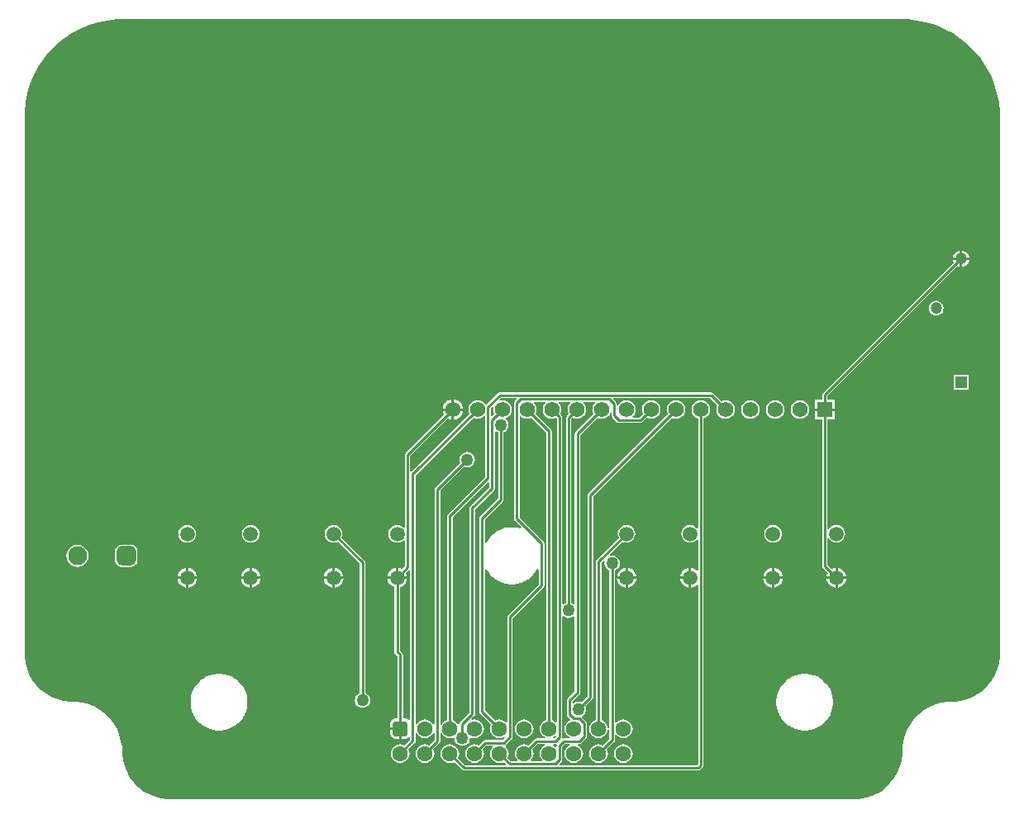
<source format=gtl>
G04*
G04 #@! TF.GenerationSoftware,Altium Limited,Altium Designer,21.3.2 (30)*
G04*
G04 Layer_Physical_Order=1*
G04 Layer_Color=13311*
%FSLAX25Y25*%
%MOIN*%
G70*
G04*
G04 #@! TF.SameCoordinates,3DC595B4-C491-417C-8E84-26B3D1DC1506*
G04*
G04*
G04 #@! TF.FilePolarity,Positive*
G04*
G01*
G75*
%ADD12C,0.01000*%
%ADD13R,0.04724X0.04724*%
%ADD14C,0.04724*%
%ADD15C,0.06181*%
%ADD16R,0.06181X0.06181*%
%ADD23C,0.06299*%
G04:AMPARAMS|DCode=24|XSize=62.99mil|YSize=62.99mil|CornerRadius=15.75mil|HoleSize=0mil|Usage=FLASHONLY|Rotation=0.000|XOffset=0mil|YOffset=0mil|HoleType=Round|Shape=RoundedRectangle|*
%AMROUNDEDRECTD24*
21,1,0.06299,0.03150,0,0,0.0*
21,1,0.03150,0.06299,0,0,0.0*
1,1,0.03150,0.01575,-0.01575*
1,1,0.03150,-0.01575,-0.01575*
1,1,0.03150,-0.01575,0.01575*
1,1,0.03150,0.01575,0.01575*
%
%ADD24ROUNDEDRECTD24*%
%ADD25C,0.07677*%
G04:AMPARAMS|DCode=26|XSize=76.77mil|YSize=76.77mil|CornerRadius=19.19mil|HoleSize=0mil|Usage=FLASHONLY|Rotation=180.000|XOffset=0mil|YOffset=0mil|HoleType=Round|Shape=RoundedRectangle|*
%AMROUNDEDRECTD26*
21,1,0.07677,0.03839,0,0,180.0*
21,1,0.03839,0.07677,0,0,180.0*
1,1,0.03839,-0.01919,0.01919*
1,1,0.03839,0.01919,0.01919*
1,1,0.03839,0.01919,-0.01919*
1,1,0.03839,-0.01919,-0.01919*
%
%ADD26ROUNDEDRECTD26*%
%ADD27C,0.05906*%
%ADD28C,0.05000*%
G36*
X360115Y314606D02*
X363908Y313852D01*
X367610Y312729D01*
X371184Y311249D01*
X374595Y309425D01*
X377812Y307276D01*
X380802Y304822D01*
X383537Y302087D01*
X385991Y299097D01*
X388140Y295880D01*
X389964Y292469D01*
X391444Y288895D01*
X392567Y285193D01*
X393322Y281399D01*
X393701Y277550D01*
Y275616D01*
Y59080D01*
Y57790D01*
X393364Y55231D01*
X392696Y52739D01*
X391709Y50355D01*
X390418Y48120D01*
X388847Y46073D01*
X387023Y44248D01*
X384976Y42678D01*
X382741Y41387D01*
X380357Y40400D01*
X377864Y39732D01*
X375306Y39395D01*
X374016D01*
X372728Y39353D01*
X370175Y39017D01*
X367688Y38350D01*
X365309Y37365D01*
X363079Y36078D01*
X361036Y34510D01*
X359216Y32689D01*
X357648Y30646D01*
X356361Y28416D01*
X355375Y26038D01*
X354709Y23550D01*
X354373Y20998D01*
X354331Y19710D01*
Y18420D01*
X353994Y15861D01*
X353326Y13369D01*
X352339Y10985D01*
X351048Y8750D01*
X349477Y6703D01*
X347653Y4878D01*
X345605Y3307D01*
X343371Y2017D01*
X340987Y1030D01*
X338494Y362D01*
X335936Y25D01*
X58015D01*
X55457Y362D01*
X52964Y1030D01*
X50580Y2017D01*
X48345Y3307D01*
X46298Y4878D01*
X44473Y6703D01*
X42902Y8750D01*
X41612Y10985D01*
X40625Y13369D01*
X39957Y15861D01*
X39620Y18420D01*
Y19710D01*
X39578Y20998D01*
X39242Y23550D01*
X38575Y26038D01*
X37590Y28416D01*
X36303Y30646D01*
X34735Y32689D01*
X32914Y34510D01*
X30871Y36078D01*
X28642Y37365D01*
X26263Y38350D01*
X23775Y39017D01*
X21223Y39353D01*
X19935Y39395D01*
X18645D01*
X16086Y39732D01*
X13594Y40400D01*
X11210Y41387D01*
X8975Y42678D01*
X6928Y44248D01*
X5103Y46073D01*
X3532Y48120D01*
X2242Y50355D01*
X1255Y52739D01*
X587Y55231D01*
X250Y57790D01*
Y59080D01*
Y275616D01*
Y277550D01*
X629Y281399D01*
X1384Y285193D01*
X2507Y288895D01*
X3987Y292469D01*
X5810Y295880D01*
X7960Y299097D01*
X10414Y302087D01*
X13149Y304822D01*
X16139Y307276D01*
X19355Y309425D01*
X22767Y311249D01*
X26341Y312729D01*
X30042Y313852D01*
X33836Y314606D01*
X37686Y314986D01*
X356265D01*
X360115Y314606D01*
D02*
G37*
%LPC*%
G36*
X378512Y221692D02*
Y218866D01*
X381337D01*
X381288Y219244D01*
X380949Y220062D01*
X380410Y220764D01*
X379707Y221303D01*
X378889Y221642D01*
X378512Y221692D01*
D02*
G37*
G36*
X377512D02*
X377134Y221642D01*
X376316Y221303D01*
X375614Y220764D01*
X375075Y220062D01*
X374736Y219244D01*
X374686Y218866D01*
X377512D01*
Y221692D01*
D02*
G37*
G36*
X381337Y217866D02*
X378512D01*
Y215041D01*
X378889Y215090D01*
X379707Y215429D01*
X380410Y215968D01*
X380949Y216671D01*
X381288Y217489D01*
X381337Y217866D01*
D02*
G37*
G36*
X377512D02*
X374686D01*
X374736Y217489D01*
X374978Y216905D01*
X322245Y164172D01*
X322004Y163812D01*
X321920Y163386D01*
X321920Y163386D01*
Y161571D01*
X318941D01*
Y157980D01*
X323032D01*
X327122D01*
Y161571D01*
X324144D01*
Y162925D01*
X376550Y215332D01*
X377134Y215090D01*
X377512Y215041D01*
Y217866D01*
D02*
G37*
G36*
X368012Y201344D02*
X367241Y201243D01*
X366523Y200945D01*
X365906Y200472D01*
X365433Y199855D01*
X365135Y199137D01*
X365034Y198366D01*
X365135Y197595D01*
X365433Y196877D01*
X365906Y196260D01*
X366523Y195787D01*
X367241Y195490D01*
X368012Y195388D01*
X368783Y195490D01*
X369501Y195787D01*
X370118Y196260D01*
X370591Y196877D01*
X370888Y197595D01*
X370990Y198366D01*
X370888Y199137D01*
X370591Y199855D01*
X370118Y200472D01*
X369501Y200945D01*
X368783Y201243D01*
X368012Y201344D01*
D02*
G37*
G36*
X380965Y171319D02*
X375059D01*
Y165413D01*
X380965D01*
Y171319D01*
D02*
G37*
G36*
X277260Y164364D02*
X277260Y164364D01*
X191952D01*
X191952Y164364D01*
X191527Y164279D01*
X191166Y164038D01*
X186682Y159555D01*
X186660Y159544D01*
X186057Y159591D01*
X186044Y159601D01*
X185657Y160106D01*
X184888Y160696D01*
X183993Y161067D01*
X183032Y161193D01*
X182071Y161067D01*
X181175Y160696D01*
X180406Y160106D01*
X179816Y159337D01*
X179445Y158441D01*
X179319Y157480D01*
X179445Y156519D01*
X179754Y155775D01*
X156312Y132333D01*
X155812Y132540D01*
Y138688D01*
X171013Y153889D01*
X171964Y153495D01*
X172532Y153420D01*
Y156980D01*
X168972D01*
X169046Y156413D01*
X169440Y155462D01*
X153914Y139935D01*
X153673Y139574D01*
X153588Y139149D01*
X153588Y139149D01*
Y109970D01*
X153285Y109867D01*
X153088Y109833D01*
X152377Y110379D01*
X151516Y110735D01*
X150591Y110857D01*
X149666Y110735D01*
X148804Y110379D01*
X148064Y109810D01*
X147495Y109070D01*
X147139Y108208D01*
X147017Y107283D01*
X147139Y106358D01*
X147495Y105497D01*
X148064Y104756D01*
X148804Y104188D01*
X149666Y103831D01*
X150591Y103709D01*
X151516Y103831D01*
X152377Y104188D01*
X153088Y104734D01*
X153285Y104700D01*
X153588Y104597D01*
Y94137D01*
X152504Y93053D01*
X151622Y93418D01*
X151091Y93488D01*
Y90067D01*
X154512D01*
X154442Y90599D01*
X154077Y91480D01*
X155288Y92692D01*
X155788Y92485D01*
Y32168D01*
X155288Y31999D01*
X155262Y32033D01*
X154724Y32446D01*
X154097Y32705D01*
X153425Y32794D01*
X152962D01*
Y58400D01*
X152962Y58400D01*
X152878Y58825D01*
X152637Y59186D01*
X152637Y59186D01*
X151702Y60120D01*
Y85749D01*
X152584Y86114D01*
X153410Y86748D01*
X154043Y87574D01*
X154442Y88535D01*
X154512Y89067D01*
X146670D01*
X146740Y88535D01*
X147138Y87574D01*
X147772Y86748D01*
X148597Y86114D01*
X149479Y85749D01*
Y59660D01*
X149479Y59660D01*
X149563Y59234D01*
X149804Y58874D01*
X150739Y57939D01*
Y32794D01*
X150276D01*
X149603Y32705D01*
X148977Y32446D01*
X148439Y32033D01*
X148027Y31495D01*
X147767Y30869D01*
X147679Y30197D01*
Y29122D01*
X151850D01*
Y28622D01*
X152350D01*
Y24450D01*
X153425D01*
X154097Y24539D01*
X154724Y24798D01*
X155262Y25211D01*
X155288Y25245D01*
X155788Y25076D01*
Y24132D01*
X153601Y21945D01*
X152827Y22266D01*
X151850Y22394D01*
X150874Y22266D01*
X149964Y21889D01*
X149183Y21290D01*
X148583Y20508D01*
X148206Y19598D01*
X148078Y18622D01*
X148206Y17646D01*
X148583Y16736D01*
X149183Y15955D01*
X149964Y15355D01*
X150874Y14978D01*
X151850Y14850D01*
X152827Y14978D01*
X153737Y15355D01*
X154518Y15955D01*
X155117Y16736D01*
X155494Y17646D01*
X155623Y18622D01*
X155494Y19598D01*
X155174Y20373D01*
X157686Y22885D01*
X157686Y22885D01*
X157927Y23246D01*
X158012Y23672D01*
Y26809D01*
X158512Y26908D01*
X158583Y26736D01*
X159183Y25954D01*
X159964Y25355D01*
X160874Y24978D01*
X161850Y24850D01*
X162827Y24978D01*
X163737Y25355D01*
X164518Y25954D01*
X165117Y26736D01*
X165188Y26906D01*
X165688Y26807D01*
Y24032D01*
X163601Y21945D01*
X162827Y22266D01*
X161850Y22394D01*
X160874Y22266D01*
X159964Y21889D01*
X159183Y21290D01*
X158583Y20508D01*
X158206Y19598D01*
X158078Y18622D01*
X158206Y17646D01*
X158583Y16736D01*
X159183Y15955D01*
X159964Y15355D01*
X160874Y14978D01*
X161850Y14850D01*
X162827Y14978D01*
X163737Y15355D01*
X164518Y15955D01*
X165117Y16736D01*
X165494Y17646D01*
X165623Y18622D01*
X165494Y19598D01*
X165174Y20373D01*
X167586Y22785D01*
X167827Y23146D01*
X167912Y23572D01*
Y27050D01*
X168412Y27150D01*
X168583Y26736D01*
X169183Y25954D01*
X169964Y25355D01*
X170874Y24978D01*
X171850Y24850D01*
X172827Y24978D01*
X173329Y25186D01*
X173787Y24835D01*
X173783Y24800D01*
X173889Y23993D01*
X174200Y23241D01*
X174696Y22596D01*
X175341Y22100D01*
X176093Y21789D01*
X176900Y21683D01*
X177707Y21789D01*
X178459Y22100D01*
X179104Y22596D01*
X179600Y23241D01*
X179911Y23993D01*
X180017Y24800D01*
X180476Y25143D01*
X180874Y24978D01*
X181850Y24850D01*
X182827Y24978D01*
X183737Y25355D01*
X184518Y25954D01*
X185117Y26736D01*
X185494Y27646D01*
X185623Y28622D01*
X185494Y29598D01*
X185117Y30508D01*
X184518Y31289D01*
X183737Y31889D01*
X182827Y32266D01*
X181850Y32394D01*
X180874Y32266D01*
X180825Y32246D01*
X180542Y32670D01*
X181686Y33814D01*
X181686Y33814D01*
X181927Y34174D01*
X182012Y34600D01*
Y117239D01*
X189596Y124823D01*
X189837Y125184D01*
X189921Y125609D01*
Y148676D01*
X190421Y148923D01*
X190841Y148600D01*
X191288Y148415D01*
Y121561D01*
X184114Y114386D01*
X183873Y114025D01*
X183788Y113600D01*
X183788Y113600D01*
Y35572D01*
X183788Y35572D01*
X183873Y35147D01*
X184114Y34786D01*
X188527Y30373D01*
X188207Y29598D01*
X188078Y28622D01*
X188207Y27646D01*
X188583Y26736D01*
X189183Y25954D01*
X189964Y25355D01*
X190874Y24978D01*
X191850Y24850D01*
X192827Y24978D01*
X193737Y25355D01*
X193903Y25483D01*
X194234Y25106D01*
X193139Y24012D01*
X186128D01*
X186128Y24012D01*
X185703Y23927D01*
X185342Y23686D01*
X185342Y23686D01*
X183601Y21945D01*
X182827Y22266D01*
X181850Y22394D01*
X180874Y22266D01*
X179964Y21889D01*
X179183Y21290D01*
X178583Y20508D01*
X178207Y19598D01*
X178078Y18622D01*
X178207Y17646D01*
X178583Y16736D01*
X179183Y15955D01*
X179964Y15355D01*
X180874Y14978D01*
X181850Y14850D01*
X182827Y14978D01*
X183737Y15355D01*
X184518Y15955D01*
X185117Y16736D01*
X185494Y17646D01*
X185623Y18622D01*
X185494Y19598D01*
X185174Y20373D01*
X186589Y21788D01*
X189055D01*
X189216Y21315D01*
X189183Y21290D01*
X188583Y20508D01*
X188207Y19598D01*
X188078Y18622D01*
X188207Y17646D01*
X188583Y16736D01*
X189183Y15955D01*
X189964Y15355D01*
X190874Y14978D01*
X191850Y14850D01*
X192827Y14978D01*
X193601Y15299D01*
X194535Y14365D01*
X194343Y13903D01*
X178142D01*
X175174Y16871D01*
X175494Y17646D01*
X175623Y18622D01*
X175494Y19598D01*
X175117Y20508D01*
X174518Y21290D01*
X173737Y21889D01*
X172827Y22266D01*
X171850Y22394D01*
X170874Y22266D01*
X169964Y21889D01*
X169183Y21290D01*
X168583Y20508D01*
X168207Y19598D01*
X168078Y18622D01*
X168207Y17646D01*
X168583Y16736D01*
X169183Y15955D01*
X169964Y15355D01*
X170874Y14978D01*
X171850Y14850D01*
X172827Y14978D01*
X173601Y15299D01*
X176895Y12005D01*
X176895Y12005D01*
X177256Y11764D01*
X177681Y11679D01*
X177681Y11679D01*
X271991D01*
X271991Y11679D01*
X272417Y11764D01*
X272777Y12005D01*
X273818Y13045D01*
X273818Y13045D01*
X274059Y13406D01*
X274144Y13832D01*
X274144Y13832D01*
Y153957D01*
X274888Y154265D01*
X275657Y154855D01*
X276247Y155624D01*
X276618Y156519D01*
X276745Y157480D01*
X276618Y158441D01*
X276247Y159337D01*
X275657Y160106D01*
X274888Y160696D01*
X273993Y161067D01*
X273032Y161193D01*
X272071Y161067D01*
X271175Y160696D01*
X270406Y160106D01*
X269816Y159337D01*
X269445Y158441D01*
X269319Y157480D01*
X269445Y156519D01*
X269816Y155624D01*
X270406Y154855D01*
X271175Y154265D01*
X271920Y153957D01*
Y109730D01*
X271420Y109561D01*
X271228Y109810D01*
X270488Y110379D01*
X269626Y110735D01*
X268701Y110857D01*
X267776Y110735D01*
X266914Y110379D01*
X266174Y109810D01*
X265606Y109070D01*
X265249Y108208D01*
X265127Y107283D01*
X265249Y106358D01*
X265606Y105497D01*
X266174Y104756D01*
X266914Y104188D01*
X267776Y103831D01*
X268701Y103709D01*
X269626Y103831D01*
X270488Y104188D01*
X271228Y104756D01*
X271420Y105006D01*
X271920Y104836D01*
Y92618D01*
X271420Y92463D01*
X270694Y93020D01*
X269733Y93418D01*
X269201Y93488D01*
Y89567D01*
Y85646D01*
X269733Y85716D01*
X270694Y86114D01*
X271420Y86671D01*
X271920Y86516D01*
Y14292D01*
X271531Y13903D01*
X216229D01*
X216038Y14365D01*
X216886Y15214D01*
X217127Y15574D01*
X217212Y16000D01*
X217212Y16000D01*
Y21339D01*
X218361Y22488D01*
X220104D01*
X220203Y21988D01*
X219964Y21889D01*
X219183Y21290D01*
X218583Y20508D01*
X218207Y19598D01*
X218078Y18622D01*
X218207Y17646D01*
X218583Y16736D01*
X219183Y15955D01*
X219964Y15355D01*
X220874Y14978D01*
X221850Y14850D01*
X222827Y14978D01*
X223737Y15355D01*
X224518Y15955D01*
X225117Y16736D01*
X225494Y17646D01*
X225623Y18622D01*
X225494Y19598D01*
X225117Y20508D01*
X224518Y21290D01*
X223737Y21889D01*
X223497Y21988D01*
X223597Y22488D01*
X224100D01*
X224100Y22488D01*
X224525Y22573D01*
X224886Y22814D01*
X226886Y24814D01*
X226886Y24814D01*
X227127Y25174D01*
X227212Y25600D01*
X227212Y25600D01*
Y30800D01*
X227212Y30800D01*
X227127Y31225D01*
X226886Y31586D01*
X225161Y33311D01*
X225205Y33530D01*
X225327Y33853D01*
X225904Y34296D01*
X226400Y34941D01*
X226711Y35693D01*
X226817Y36500D01*
X226711Y37307D01*
X226526Y37753D01*
X229286Y40514D01*
X229286Y40514D01*
X229527Y40874D01*
X229612Y41300D01*
X229612Y41300D01*
Y122488D01*
X261326Y154202D01*
X262071Y153894D01*
X263032Y153768D01*
X263993Y153894D01*
X264888Y154265D01*
X265657Y154855D01*
X266247Y155624D01*
X266618Y156519D01*
X266744Y157480D01*
X266618Y158441D01*
X266247Y159337D01*
X265657Y160106D01*
X264888Y160696D01*
X263993Y161067D01*
X263032Y161193D01*
X262071Y161067D01*
X261175Y160696D01*
X260406Y160106D01*
X259816Y159337D01*
X259445Y158441D01*
X259319Y157480D01*
X259445Y156519D01*
X259754Y155775D01*
X227714Y123735D01*
X227473Y123374D01*
X227388Y122949D01*
X227388Y122949D01*
Y41761D01*
X224954Y39326D01*
X224507Y39511D01*
X223700Y39617D01*
X222893Y39511D01*
X222141Y39200D01*
X221721Y38877D01*
X221221Y39124D01*
Y39630D01*
X224086Y42495D01*
X224327Y42856D01*
X224412Y43281D01*
X224412Y43281D01*
Y147288D01*
X231326Y154202D01*
X232071Y153894D01*
X233032Y153768D01*
X233993Y153894D01*
X234888Y154265D01*
X235657Y154855D01*
X236247Y155624D01*
X236488Y156206D01*
X236988Y156106D01*
Y155100D01*
X236988Y155100D01*
X237073Y154674D01*
X237314Y154314D01*
X239214Y152414D01*
X239214Y152414D01*
X239575Y152173D01*
X240000Y152088D01*
X240000Y152088D01*
X248751D01*
X248751Y152088D01*
X249177Y152173D01*
X249537Y152414D01*
X251326Y154202D01*
X252071Y153894D01*
X253032Y153768D01*
X253993Y153894D01*
X254888Y154265D01*
X255657Y154855D01*
X256247Y155624D01*
X256618Y156519D01*
X256745Y157480D01*
X256618Y158441D01*
X256247Y159337D01*
X255657Y160106D01*
X254888Y160696D01*
X253993Y161067D01*
X253032Y161193D01*
X252071Y161067D01*
X251175Y160696D01*
X250406Y160106D01*
X249816Y159337D01*
X249445Y158441D01*
X249319Y157480D01*
X249445Y156519D01*
X249754Y155775D01*
X248291Y154312D01*
X245727D01*
X245566Y154785D01*
X245657Y154855D01*
X246247Y155624D01*
X246618Y156519D01*
X246744Y157480D01*
X246618Y158441D01*
X246247Y159337D01*
X245657Y160106D01*
X244888Y160696D01*
X243993Y161067D01*
X243032Y161193D01*
X242071Y161067D01*
X241175Y160696D01*
X240406Y160106D01*
X239816Y159337D01*
X239712Y159085D01*
X239212Y159185D01*
Y159700D01*
X239127Y160126D01*
X238886Y160486D01*
X237694Y161678D01*
X237885Y162140D01*
X276799D01*
X279754Y159186D01*
X279445Y158441D01*
X279319Y157480D01*
X279445Y156519D01*
X279816Y155624D01*
X280406Y154855D01*
X281175Y154265D01*
X282071Y153894D01*
X283032Y153768D01*
X283993Y153894D01*
X284888Y154265D01*
X285657Y154855D01*
X286247Y155624D01*
X286618Y156519D01*
X286744Y157480D01*
X286618Y158441D01*
X286247Y159337D01*
X285657Y160106D01*
X284888Y160696D01*
X283993Y161067D01*
X283032Y161193D01*
X282071Y161067D01*
X281326Y160758D01*
X278046Y164038D01*
X277685Y164279D01*
X277260Y164364D01*
D02*
G37*
G36*
X173532Y161540D02*
Y157980D01*
X177092D01*
X177017Y158548D01*
X176605Y159543D01*
X175949Y160398D01*
X175094Y161054D01*
X174100Y161466D01*
X173532Y161540D01*
D02*
G37*
G36*
X172532D02*
X171964Y161466D01*
X170969Y161054D01*
X170114Y160398D01*
X169458Y159543D01*
X169046Y158548D01*
X168972Y157980D01*
X172532D01*
Y161540D01*
D02*
G37*
G36*
X313032Y161193D02*
X312071Y161067D01*
X311175Y160696D01*
X310406Y160106D01*
X309816Y159337D01*
X309445Y158441D01*
X309319Y157480D01*
X309445Y156519D01*
X309816Y155624D01*
X310406Y154855D01*
X311175Y154265D01*
X312071Y153894D01*
X313032Y153768D01*
X313993Y153894D01*
X314888Y154265D01*
X315657Y154855D01*
X316247Y155624D01*
X316618Y156519D01*
X316744Y157480D01*
X316618Y158441D01*
X316247Y159337D01*
X315657Y160106D01*
X314888Y160696D01*
X313993Y161067D01*
X313032Y161193D01*
D02*
G37*
G36*
X303032D02*
X302071Y161067D01*
X301175Y160696D01*
X300406Y160106D01*
X299816Y159337D01*
X299445Y158441D01*
X299319Y157480D01*
X299445Y156519D01*
X299816Y155624D01*
X300406Y154855D01*
X301175Y154265D01*
X302071Y153894D01*
X303032Y153768D01*
X303993Y153894D01*
X304888Y154265D01*
X305657Y154855D01*
X306247Y155624D01*
X306618Y156519D01*
X306745Y157480D01*
X306618Y158441D01*
X306247Y159337D01*
X305657Y160106D01*
X304888Y160696D01*
X303993Y161067D01*
X303032Y161193D01*
D02*
G37*
G36*
X293032D02*
X292071Y161067D01*
X291175Y160696D01*
X290406Y160106D01*
X289816Y159337D01*
X289445Y158441D01*
X289319Y157480D01*
X289445Y156519D01*
X289816Y155624D01*
X290406Y154855D01*
X291175Y154265D01*
X292071Y153894D01*
X293032Y153768D01*
X293993Y153894D01*
X294888Y154265D01*
X295657Y154855D01*
X296247Y155624D01*
X296618Y156519D01*
X296744Y157480D01*
X296618Y158441D01*
X296247Y159337D01*
X295657Y160106D01*
X294888Y160696D01*
X293993Y161067D01*
X293032Y161193D01*
D02*
G37*
G36*
X177092Y156980D02*
X173532D01*
Y153420D01*
X174100Y153495D01*
X175094Y153907D01*
X175949Y154563D01*
X176605Y155418D01*
X177017Y156413D01*
X177092Y156980D01*
D02*
G37*
G36*
X327122D02*
X323032D01*
X318941D01*
Y153390D01*
X321920D01*
Y94291D01*
X321920Y94291D01*
X322004Y93866D01*
X322245Y93505D01*
X324270Y91480D01*
X323905Y90599D01*
X323835Y90067D01*
X327256D01*
Y93488D01*
X326724Y93418D01*
X325843Y93053D01*
X324144Y94752D01*
Y105439D01*
X324643Y105538D01*
X324661Y105497D01*
X325229Y104756D01*
X325969Y104188D01*
X326831Y103831D01*
X327756Y103709D01*
X328681Y103831D01*
X329543Y104188D01*
X330283Y104756D01*
X330851Y105497D01*
X331208Y106358D01*
X331330Y107283D01*
X331208Y108208D01*
X330851Y109070D01*
X330283Y109810D01*
X329543Y110379D01*
X328681Y110735D01*
X327756Y110857D01*
X326831Y110735D01*
X325969Y110379D01*
X325229Y109810D01*
X324661Y109070D01*
X324643Y109028D01*
X324144Y109128D01*
Y153390D01*
X327122D01*
Y156980D01*
D02*
G37*
G36*
X302165Y110857D02*
X301240Y110735D01*
X300378Y110379D01*
X299638Y109810D01*
X299070Y109070D01*
X298713Y108208D01*
X298591Y107283D01*
X298713Y106358D01*
X299070Y105497D01*
X299638Y104756D01*
X300378Y104188D01*
X301240Y103831D01*
X302165Y103709D01*
X303090Y103831D01*
X303952Y104188D01*
X304693Y104756D01*
X305260Y105497D01*
X305617Y106358D01*
X305739Y107283D01*
X305617Y108208D01*
X305260Y109070D01*
X304693Y109810D01*
X303952Y110379D01*
X303090Y110735D01*
X302165Y110857D01*
D02*
G37*
G36*
X243110D02*
X242185Y110735D01*
X241323Y110379D01*
X240583Y109810D01*
X240015Y109070D01*
X239658Y108208D01*
X239536Y107283D01*
X239658Y106358D01*
X239938Y105683D01*
X231064Y96810D01*
X230823Y96449D01*
X230738Y96024D01*
X230738Y96024D01*
Y32210D01*
X229964Y31889D01*
X229183Y31289D01*
X228583Y30508D01*
X228206Y29598D01*
X228078Y28622D01*
X228206Y27646D01*
X228583Y26736D01*
X229183Y25954D01*
X229964Y25355D01*
X230874Y24978D01*
X231850Y24850D01*
X232827Y24978D01*
X233737Y25355D01*
X234518Y25954D01*
X235117Y26736D01*
X235494Y27646D01*
X235623Y28622D01*
X235494Y29598D01*
X235117Y30508D01*
X234518Y31289D01*
X233737Y31889D01*
X232962Y32210D01*
Y95563D01*
X233807Y96408D01*
X234252Y96218D01*
X234285Y96179D01*
X234183Y95400D01*
X234289Y94593D01*
X234600Y93841D01*
X235096Y93196D01*
X235741Y92700D01*
X236188Y92515D01*
Y24532D01*
X233601Y21945D01*
X232827Y22266D01*
X231850Y22394D01*
X230874Y22266D01*
X229964Y21889D01*
X229183Y21290D01*
X228583Y20508D01*
X228206Y19598D01*
X228078Y18622D01*
X228206Y17646D01*
X228583Y16736D01*
X229183Y15955D01*
X229964Y15355D01*
X230874Y14978D01*
X231850Y14850D01*
X232827Y14978D01*
X233737Y15355D01*
X234518Y15955D01*
X235117Y16736D01*
X235494Y17646D01*
X235623Y18622D01*
X235494Y19598D01*
X235174Y20373D01*
X238086Y23285D01*
X238086Y23285D01*
X238327Y23646D01*
X238412Y24072D01*
X238412Y24072D01*
Y26138D01*
X238912Y26308D01*
X239183Y25954D01*
X239964Y25355D01*
X240874Y24978D01*
X241850Y24850D01*
X242827Y24978D01*
X243737Y25355D01*
X244518Y25954D01*
X245117Y26736D01*
X245494Y27646D01*
X245623Y28622D01*
X245494Y29598D01*
X245117Y30508D01*
X244518Y31289D01*
X243737Y31889D01*
X242827Y32266D01*
X241850Y32394D01*
X240874Y32266D01*
X239964Y31889D01*
X239183Y31289D01*
X238912Y30936D01*
X238412Y31106D01*
Y92515D01*
X238859Y92700D01*
X239504Y93196D01*
X240000Y93841D01*
X240311Y94593D01*
X240417Y95400D01*
X240311Y96207D01*
X240000Y96959D01*
X239504Y97604D01*
X238859Y98100D01*
X238107Y98411D01*
X237300Y98517D01*
X236521Y98415D01*
X236482Y98448D01*
X236293Y98893D01*
X241510Y104111D01*
X242185Y103831D01*
X243110Y103709D01*
X244035Y103831D01*
X244897Y104188D01*
X245637Y104756D01*
X246205Y105497D01*
X246562Y106358D01*
X246684Y107283D01*
X246562Y108208D01*
X246205Y109070D01*
X245637Y109810D01*
X244897Y110379D01*
X244035Y110735D01*
X243110Y110857D01*
D02*
G37*
G36*
X91535D02*
X90610Y110735D01*
X89749Y110379D01*
X89008Y109810D01*
X88440Y109070D01*
X88083Y108208D01*
X87962Y107283D01*
X88083Y106358D01*
X88440Y105497D01*
X89008Y104756D01*
X89749Y104188D01*
X90610Y103831D01*
X91535Y103709D01*
X92460Y103831D01*
X93322Y104188D01*
X94063Y104756D01*
X94630Y105497D01*
X94987Y106358D01*
X95109Y107283D01*
X94987Y108208D01*
X94630Y109070D01*
X94063Y109810D01*
X93322Y110379D01*
X92460Y110735D01*
X91535Y110857D01*
D02*
G37*
G36*
X65945D02*
X65020Y110735D01*
X64158Y110379D01*
X63418Y109810D01*
X62850Y109070D01*
X62493Y108208D01*
X62371Y107283D01*
X62493Y106358D01*
X62850Y105497D01*
X63418Y104756D01*
X64158Y104188D01*
X65020Y103831D01*
X65945Y103709D01*
X66870Y103831D01*
X67732Y104188D01*
X68472Y104756D01*
X69040Y105497D01*
X69397Y106358D01*
X69519Y107283D01*
X69397Y108208D01*
X69040Y109070D01*
X68472Y109810D01*
X67732Y110379D01*
X66870Y110735D01*
X65945Y110857D01*
D02*
G37*
G36*
X21654Y102893D02*
X20497Y102740D01*
X19420Y102294D01*
X18495Y101584D01*
X17785Y100659D01*
X17338Y99581D01*
X17186Y98425D01*
X17338Y97269D01*
X17785Y96192D01*
X18495Y95266D01*
X19420Y94556D01*
X20497Y94110D01*
X21654Y93958D01*
X22810Y94110D01*
X23887Y94556D01*
X24813Y95266D01*
X25522Y96192D01*
X25969Y97269D01*
X26121Y98425D01*
X25969Y99581D01*
X25522Y100659D01*
X24813Y101584D01*
X23887Y102294D01*
X22810Y102740D01*
X21654Y102893D01*
D02*
G37*
G36*
X43258Y102903D02*
X39419D01*
X38440Y102709D01*
X37610Y102154D01*
X37055Y101324D01*
X36860Y100345D01*
Y96506D01*
X37055Y95527D01*
X37610Y94696D01*
X38440Y94142D01*
X39419Y93947D01*
X43258D01*
X44237Y94142D01*
X45067Y94696D01*
X45622Y95527D01*
X45817Y96506D01*
Y100345D01*
X45622Y101324D01*
X45067Y102154D01*
X44237Y102709D01*
X43258Y102903D01*
D02*
G37*
G36*
X328256Y93488D02*
Y90067D01*
X331677D01*
X331607Y90599D01*
X331209Y91560D01*
X330575Y92386D01*
X329749Y93020D01*
X328788Y93418D01*
X328256Y93488D01*
D02*
G37*
G36*
X302665D02*
Y90067D01*
X306086D01*
X306016Y90599D01*
X305618Y91560D01*
X304984Y92386D01*
X304159Y93020D01*
X303197Y93418D01*
X302665Y93488D01*
D02*
G37*
G36*
X301665D02*
X301133Y93418D01*
X300172Y93020D01*
X299346Y92386D01*
X298713Y91560D01*
X298314Y90599D01*
X298244Y90067D01*
X301665D01*
Y93488D01*
D02*
G37*
G36*
X268201D02*
X267669Y93418D01*
X266707Y93020D01*
X265882Y92386D01*
X265248Y91560D01*
X264850Y90599D01*
X264780Y90067D01*
X268201D01*
Y93488D01*
D02*
G37*
G36*
X243610D02*
Y90067D01*
X247031D01*
X246961Y90599D01*
X246563Y91560D01*
X245929Y92386D01*
X245104Y93020D01*
X244142Y93418D01*
X243610Y93488D01*
D02*
G37*
G36*
X242610D02*
X242078Y93418D01*
X241117Y93020D01*
X240291Y92386D01*
X239657Y91560D01*
X239259Y90599D01*
X239189Y90067D01*
X242610D01*
Y93488D01*
D02*
G37*
G36*
X150091D02*
X149559Y93418D01*
X148597Y93020D01*
X147772Y92386D01*
X147138Y91560D01*
X146740Y90599D01*
X146670Y90067D01*
X150091D01*
Y93488D01*
D02*
G37*
G36*
X125500D02*
Y90067D01*
X128921D01*
X128851Y90599D01*
X128453Y91560D01*
X127819Y92386D01*
X126993Y93020D01*
X126032Y93418D01*
X125500Y93488D01*
D02*
G37*
G36*
X124500D02*
X123968Y93418D01*
X123007Y93020D01*
X122181Y92386D01*
X121547Y91560D01*
X121149Y90599D01*
X121079Y90067D01*
X124500D01*
Y93488D01*
D02*
G37*
G36*
X92035D02*
Y90067D01*
X95456D01*
X95386Y90599D01*
X94988Y91560D01*
X94354Y92386D01*
X93529Y93020D01*
X92567Y93418D01*
X92035Y93488D01*
D02*
G37*
G36*
X91035D02*
X90504Y93418D01*
X89542Y93020D01*
X88716Y92386D01*
X88083Y91560D01*
X87684Y90599D01*
X87614Y90067D01*
X91035D01*
Y93488D01*
D02*
G37*
G36*
X66445D02*
Y90067D01*
X69866D01*
X69796Y90599D01*
X69397Y91560D01*
X68764Y92386D01*
X67938Y93020D01*
X66977Y93418D01*
X66445Y93488D01*
D02*
G37*
G36*
X65445D02*
X64913Y93418D01*
X63951Y93020D01*
X63126Y92386D01*
X62492Y91560D01*
X62094Y90599D01*
X62024Y90067D01*
X65445D01*
Y93488D01*
D02*
G37*
G36*
X331677Y89067D02*
X328256D01*
Y85646D01*
X328788Y85716D01*
X329749Y86114D01*
X330575Y86748D01*
X331209Y87574D01*
X331607Y88535D01*
X331677Y89067D01*
D02*
G37*
G36*
X327256D02*
X323835D01*
X323905Y88535D01*
X324303Y87574D01*
X324937Y86748D01*
X325763Y86114D01*
X326724Y85716D01*
X327256Y85646D01*
Y89067D01*
D02*
G37*
G36*
X306086D02*
X302665D01*
Y85646D01*
X303197Y85716D01*
X304159Y86114D01*
X304984Y86748D01*
X305618Y87574D01*
X306016Y88535D01*
X306086Y89067D01*
D02*
G37*
G36*
X301665D02*
X298244D01*
X298314Y88535D01*
X298713Y87574D01*
X299346Y86748D01*
X300172Y86114D01*
X301133Y85716D01*
X301665Y85646D01*
Y89067D01*
D02*
G37*
G36*
X268201D02*
X264780D01*
X264850Y88535D01*
X265248Y87574D01*
X265882Y86748D01*
X266707Y86114D01*
X267669Y85716D01*
X268201Y85646D01*
Y89067D01*
D02*
G37*
G36*
X247031D02*
X243610D01*
Y85646D01*
X244142Y85716D01*
X245104Y86114D01*
X245929Y86748D01*
X246563Y87574D01*
X246961Y88535D01*
X247031Y89067D01*
D02*
G37*
G36*
X242610D02*
X239189D01*
X239259Y88535D01*
X239657Y87574D01*
X240291Y86748D01*
X241117Y86114D01*
X242078Y85716D01*
X242610Y85646D01*
Y89067D01*
D02*
G37*
G36*
X128921D02*
X125500D01*
Y85646D01*
X126032Y85716D01*
X126993Y86114D01*
X127819Y86748D01*
X128453Y87574D01*
X128851Y88535D01*
X128921Y89067D01*
D02*
G37*
G36*
X124500D02*
X121079D01*
X121149Y88535D01*
X121547Y87574D01*
X122181Y86748D01*
X123007Y86114D01*
X123968Y85716D01*
X124500Y85646D01*
Y89067D01*
D02*
G37*
G36*
X95456D02*
X92035D01*
Y85646D01*
X92567Y85716D01*
X93529Y86114D01*
X94354Y86748D01*
X94988Y87574D01*
X95386Y88535D01*
X95456Y89067D01*
D02*
G37*
G36*
X91035D02*
X87614D01*
X87684Y88535D01*
X88083Y87574D01*
X88716Y86748D01*
X89542Y86114D01*
X90504Y85716D01*
X91035Y85646D01*
Y89067D01*
D02*
G37*
G36*
X69866D02*
X66445D01*
Y85646D01*
X66977Y85716D01*
X67938Y86114D01*
X68764Y86748D01*
X69397Y87574D01*
X69796Y88535D01*
X69866Y89067D01*
D02*
G37*
G36*
X65445D02*
X62024D01*
X62094Y88535D01*
X62492Y87574D01*
X63126Y86748D01*
X63951Y86114D01*
X64913Y85716D01*
X65445Y85646D01*
Y89067D01*
D02*
G37*
G36*
X315670Y50836D02*
X314251D01*
X314210Y50819D01*
X314168Y50831D01*
X312760Y50645D01*
X312722Y50623D01*
X312679Y50629D01*
X311308Y50262D01*
X311273Y50235D01*
X311228D01*
X309917Y49692D01*
X309886Y49661D01*
X309842Y49655D01*
X308613Y48945D01*
X308586Y48910D01*
X308544Y48899D01*
X307418Y48035D01*
X307396Y47996D01*
X307355Y47980D01*
X306351Y46976D01*
X306334Y46935D01*
X306296Y46913D01*
X305432Y45787D01*
X305421Y45744D01*
X305386Y45718D01*
X304676Y44488D01*
X304670Y44445D01*
X304639Y44414D01*
X304096Y43102D01*
Y43058D01*
X304069Y43023D01*
X303702Y41652D01*
X303707Y41609D01*
X303685Y41570D01*
X303500Y40163D01*
X303512Y40121D01*
X303495Y40080D01*
Y38660D01*
X303512Y38620D01*
X303500Y38577D01*
X303685Y37170D01*
X303707Y37132D01*
X303702Y37088D01*
X304069Y35717D01*
X304096Y35682D01*
Y35638D01*
X304639Y34327D01*
X304670Y34295D01*
X304676Y34252D01*
X305386Y33022D01*
X305421Y32996D01*
X305432Y32953D01*
X306296Y31827D01*
X306334Y31805D01*
X306351Y31764D01*
X307355Y30761D01*
X307396Y30744D01*
X307418Y30705D01*
X308544Y29842D01*
X308586Y29830D01*
X308613Y29795D01*
X309842Y29085D01*
X309886Y29080D01*
X309917Y29048D01*
X311228Y28505D01*
X311273D01*
X311308Y28478D01*
X312679Y28111D01*
X312722Y28117D01*
X312760Y28095D01*
X314168Y27910D01*
X314210Y27921D01*
X314251Y27904D01*
X315670D01*
X315711Y27921D01*
X315754Y27910D01*
X317161Y28095D01*
X317199Y28117D01*
X317243Y28111D01*
X318614Y28478D01*
X318649Y28505D01*
X318693D01*
X320004Y29048D01*
X320035Y29080D01*
X320079Y29085D01*
X321308Y29795D01*
X321335Y29830D01*
X321378Y29842D01*
X322504Y30705D01*
X322526Y30744D01*
X322567Y30761D01*
X323570Y31764D01*
X323587Y31805D01*
X323625Y31827D01*
X324489Y32953D01*
X324501Y32996D01*
X324536Y33022D01*
X325245Y34252D01*
X325251Y34295D01*
X325282Y34327D01*
X325825Y35638D01*
Y35682D01*
X325852Y35717D01*
X326220Y37088D01*
X326214Y37132D01*
X326236Y37170D01*
X326421Y38577D01*
X326410Y38620D01*
X326427Y38660D01*
Y40080D01*
X326410Y40121D01*
X326421Y40163D01*
X326236Y41570D01*
X326214Y41609D01*
X326220Y41652D01*
X325852Y43023D01*
X325825Y43058D01*
Y43102D01*
X325282Y44414D01*
X325251Y44445D01*
X325245Y44488D01*
X324536Y45718D01*
X324501Y45744D01*
X324489Y45787D01*
X323625Y46913D01*
X323587Y46935D01*
X323570Y46976D01*
X322567Y47980D01*
X322526Y47996D01*
X322504Y48035D01*
X321378Y48899D01*
X321335Y48910D01*
X321308Y48945D01*
X320079Y49655D01*
X320035Y49661D01*
X320004Y49692D01*
X318693Y50235D01*
X318649D01*
X318614Y50262D01*
X317243Y50629D01*
X317199Y50623D01*
X317161Y50645D01*
X315754Y50831D01*
X315711Y50819D01*
X315670Y50836D01*
D02*
G37*
G36*
X79450D02*
X78031D01*
X77990Y50819D01*
X77947Y50831D01*
X76540Y50645D01*
X76502Y50623D01*
X76458Y50629D01*
X75087Y50262D01*
X75052Y50235D01*
X75008D01*
X73697Y49692D01*
X73665Y49661D01*
X73622Y49655D01*
X72393Y48945D01*
X72366Y48910D01*
X72323Y48899D01*
X71197Y48035D01*
X71175Y47996D01*
X71134Y47980D01*
X70131Y46976D01*
X70114Y46935D01*
X70076Y46913D01*
X69212Y45787D01*
X69200Y45744D01*
X69165Y45718D01*
X68455Y44488D01*
X68450Y44445D01*
X68419Y44414D01*
X67875Y43102D01*
Y43058D01*
X67848Y43023D01*
X67481Y41652D01*
X67487Y41609D01*
X67465Y41570D01*
X67280Y40163D01*
X67291Y40121D01*
X67274Y40080D01*
Y38660D01*
X67291Y38620D01*
X67280Y38577D01*
X67465Y37170D01*
X67487Y37132D01*
X67481Y37088D01*
X67848Y35717D01*
X67875Y35682D01*
Y35638D01*
X68419Y34327D01*
X68450Y34295D01*
X68455Y34252D01*
X69165Y33022D01*
X69200Y32996D01*
X69212Y32953D01*
X70076Y31827D01*
X70114Y31805D01*
X70131Y31764D01*
X71134Y30761D01*
X71175Y30744D01*
X71197Y30705D01*
X72323Y29842D01*
X72366Y29830D01*
X72393Y29795D01*
X73622Y29085D01*
X73665Y29080D01*
X73697Y29048D01*
X75008Y28505D01*
X75052D01*
X75087Y28478D01*
X76458Y28111D01*
X76502Y28117D01*
X76540Y28095D01*
X77947Y27910D01*
X77990Y27921D01*
X78031Y27904D01*
X79450D01*
X79491Y27921D01*
X79533Y27910D01*
X80940Y28095D01*
X80979Y28117D01*
X81022Y28111D01*
X82393Y28478D01*
X82428Y28505D01*
X82472D01*
X83784Y29048D01*
X83815Y29080D01*
X83859Y29085D01*
X85088Y29795D01*
X85115Y29830D01*
X85157Y29842D01*
X86283Y30705D01*
X86305Y30744D01*
X86346Y30761D01*
X87350Y31764D01*
X87366Y31805D01*
X87405Y31827D01*
X88269Y32953D01*
X88280Y32996D01*
X88315Y33022D01*
X89025Y34252D01*
X89031Y34295D01*
X89062Y34327D01*
X89605Y35638D01*
Y35682D01*
X89632Y35717D01*
X89999Y37088D01*
X89993Y37132D01*
X90015Y37170D01*
X90201Y38577D01*
X90189Y38620D01*
X90206Y38660D01*
Y40080D01*
X90189Y40121D01*
X90201Y40163D01*
X90015Y41570D01*
X89993Y41609D01*
X89999Y41652D01*
X89632Y43023D01*
X89605Y43058D01*
Y43102D01*
X89062Y44414D01*
X89031Y44445D01*
X89025Y44488D01*
X88315Y45718D01*
X88280Y45744D01*
X88269Y45787D01*
X87405Y46913D01*
X87366Y46935D01*
X87350Y46976D01*
X86346Y47980D01*
X86305Y47996D01*
X86283Y48035D01*
X85157Y48899D01*
X85115Y48910D01*
X85088Y48945D01*
X83859Y49655D01*
X83815Y49661D01*
X83784Y49692D01*
X82472Y50235D01*
X82428D01*
X82393Y50262D01*
X81022Y50629D01*
X80979Y50623D01*
X80940Y50645D01*
X79533Y50831D01*
X79491Y50819D01*
X79450Y50836D01*
D02*
G37*
G36*
X125000Y110857D02*
X124075Y110735D01*
X123213Y110379D01*
X122473Y109810D01*
X121905Y109070D01*
X121548Y108208D01*
X121426Y107283D01*
X121548Y106358D01*
X121905Y105497D01*
X122473Y104756D01*
X123213Y104188D01*
X124075Y103831D01*
X125000Y103709D01*
X125925Y103831D01*
X126600Y104111D01*
X135488Y95223D01*
Y42985D01*
X135041Y42800D01*
X134396Y42304D01*
X133900Y41659D01*
X133589Y40907D01*
X133483Y40100D01*
X133589Y39293D01*
X133900Y38541D01*
X134396Y37896D01*
X135041Y37400D01*
X135793Y37089D01*
X136600Y36983D01*
X137407Y37089D01*
X138159Y37400D01*
X138804Y37896D01*
X139300Y38541D01*
X139611Y39293D01*
X139717Y40100D01*
X139611Y40907D01*
X139300Y41659D01*
X138804Y42304D01*
X138159Y42800D01*
X137712Y42985D01*
Y95683D01*
X137712Y95683D01*
X137627Y96109D01*
X137386Y96470D01*
X137386Y96470D01*
X128173Y105683D01*
X128452Y106358D01*
X128574Y107283D01*
X128452Y108208D01*
X128095Y109070D01*
X127527Y109810D01*
X126787Y110379D01*
X125925Y110735D01*
X125000Y110857D01*
D02*
G37*
G36*
X151350Y28122D02*
X147679D01*
Y27047D01*
X147767Y26375D01*
X148027Y25749D01*
X148439Y25211D01*
X148977Y24798D01*
X149603Y24539D01*
X150276Y24450D01*
X151350D01*
Y28122D01*
D02*
G37*
G36*
X241850Y22394D02*
X240874Y22266D01*
X239964Y21889D01*
X239183Y21290D01*
X238583Y20508D01*
X238207Y19598D01*
X238078Y18622D01*
X238207Y17646D01*
X238583Y16736D01*
X239183Y15955D01*
X239964Y15355D01*
X240874Y14978D01*
X241850Y14850D01*
X242827Y14978D01*
X243737Y15355D01*
X244518Y15955D01*
X245117Y16736D01*
X245494Y17646D01*
X245623Y18622D01*
X245494Y19598D01*
X245117Y20508D01*
X244518Y21290D01*
X243737Y21889D01*
X242827Y22266D01*
X241850Y22394D01*
D02*
G37*
%LPD*%
G36*
X189462Y158483D02*
X189445Y158441D01*
X189319Y157480D01*
X189445Y156519D01*
X189754Y155775D01*
X188793Y154814D01*
X188331Y155005D01*
Y158058D01*
X189039Y158766D01*
X189462Y158483D01*
D02*
G37*
G36*
X230363Y160050D02*
X229816Y159337D01*
X229445Y158441D01*
X229319Y157480D01*
X229445Y156519D01*
X229754Y155775D01*
X222514Y148535D01*
X222273Y148174D01*
X222188Y147749D01*
X222188Y147749D01*
Y79017D01*
X221688Y78770D01*
X221259Y79100D01*
X220812Y79285D01*
Y153688D01*
X221326Y154202D01*
X222071Y153894D01*
X223032Y153768D01*
X223993Y153894D01*
X224888Y154265D01*
X225657Y154855D01*
X226247Y155624D01*
X226618Y156519D01*
X226745Y157480D01*
X226618Y158441D01*
X226247Y159337D01*
X225700Y160050D01*
X225812Y160550D01*
X230251D01*
X230363Y160050D01*
D02*
G37*
G36*
X186043Y154724D02*
X186107Y154702D01*
Y130179D01*
X171064Y115137D01*
X170823Y114776D01*
X170738Y114350D01*
X170738Y114350D01*
Y32210D01*
X169964Y31889D01*
X169183Y31289D01*
X168583Y30508D01*
X168412Y30094D01*
X167912Y30194D01*
Y124739D01*
X177547Y134374D01*
X177993Y134189D01*
X178800Y134083D01*
X179607Y134189D01*
X180359Y134500D01*
X181004Y134996D01*
X181500Y135641D01*
X181811Y136393D01*
X181917Y137200D01*
X181811Y138007D01*
X181500Y138759D01*
X181004Y139404D01*
X180359Y139900D01*
X179607Y140211D01*
X178800Y140317D01*
X177993Y140211D01*
X177241Y139900D01*
X176596Y139404D01*
X176100Y138759D01*
X175789Y138007D01*
X175683Y137200D01*
X175789Y136393D01*
X175974Y135947D01*
X166014Y125986D01*
X165773Y125626D01*
X165688Y125200D01*
X165688Y125200D01*
Y30437D01*
X165188Y30338D01*
X165117Y30508D01*
X164518Y31289D01*
X163737Y31889D01*
X162827Y32266D01*
X161850Y32394D01*
X160874Y32266D01*
X159964Y31889D01*
X159183Y31289D01*
X158583Y30508D01*
X158512Y30336D01*
X158012Y30435D01*
Y130888D01*
X181326Y154202D01*
X182071Y153894D01*
X183032Y153768D01*
X183993Y153894D01*
X184888Y154265D01*
X185607Y154817D01*
X186043Y154724D01*
D02*
G37*
G36*
X198906Y161678D02*
X198014Y160786D01*
X197773Y160425D01*
X197688Y160000D01*
X197688Y160000D01*
Y113400D01*
X197688Y113400D01*
X197773Y112975D01*
X198014Y112614D01*
X200634Y109994D01*
X200565Y109356D01*
X200503Y109317D01*
X199133Y109684D01*
X199089Y109678D01*
X199050Y109701D01*
X197643Y109886D01*
X197601Y109874D01*
X197560Y109891D01*
X196141D01*
X196100Y109874D01*
X196057Y109886D01*
X194650Y109701D01*
X194612Y109678D01*
X194568Y109684D01*
X193197Y109317D01*
X193162Y109290D01*
X193118D01*
X191807Y108747D01*
X191776Y108716D01*
X191732Y108710D01*
X190503Y108000D01*
X190476Y107965D01*
X190433Y107954D01*
X189307Y107090D01*
X189285Y107052D01*
X189244Y107035D01*
X188241Y106031D01*
X188224Y105990D01*
X188186Y105968D01*
X187322Y104842D01*
X187310Y104800D01*
X187275Y104773D01*
X186566Y103544D01*
X186512Y103537D01*
X186012Y103976D01*
Y113139D01*
X193186Y120314D01*
X193186Y120314D01*
X193427Y120675D01*
X193512Y121100D01*
Y148415D01*
X193959Y148600D01*
X194604Y149096D01*
X195100Y149741D01*
X195411Y150493D01*
X195517Y151300D01*
X195411Y152107D01*
X195100Y152859D01*
X194604Y153504D01*
X194457Y153618D01*
X194522Y154113D01*
X194888Y154265D01*
X195657Y154855D01*
X196247Y155624D01*
X196618Y156519D01*
X196745Y157480D01*
X196618Y158441D01*
X196247Y159337D01*
X195657Y160106D01*
X194888Y160696D01*
X193993Y161067D01*
X193032Y161193D01*
X192071Y161067D01*
X192029Y161050D01*
X191746Y161474D01*
X192413Y162140D01*
X198714D01*
X198906Y161678D01*
D02*
G37*
G36*
X220363Y160050D02*
X219816Y159337D01*
X219445Y158441D01*
X219319Y157480D01*
X219445Y156519D01*
X219754Y155775D01*
X218914Y154935D01*
X218673Y154574D01*
X218588Y154149D01*
X218588Y154149D01*
Y79285D01*
X218141Y79100D01*
X217712Y78770D01*
X217212Y79017D01*
Y154412D01*
X217127Y154838D01*
X216886Y155198D01*
X216886Y155198D01*
X216310Y155775D01*
X216618Y156519D01*
X216744Y157480D01*
X216618Y158441D01*
X216247Y159337D01*
X215700Y160050D01*
X215812Y160550D01*
X220251D01*
X220363Y160050D01*
D02*
G37*
G36*
X210363D02*
X209816Y159337D01*
X209445Y158441D01*
X209319Y157480D01*
X209445Y156519D01*
X209816Y155624D01*
X210406Y154855D01*
X211175Y154265D01*
X212071Y153894D01*
X213032Y153768D01*
X213993Y153894D01*
X214562Y154130D01*
X214988Y153800D01*
Y31449D01*
X214687Y31347D01*
X214488Y31312D01*
X213737Y31889D01*
X212962Y32210D01*
Y148662D01*
X212962Y148662D01*
X212878Y149087D01*
X212637Y149448D01*
X212637Y149448D01*
X206310Y155775D01*
X206618Y156519D01*
X206745Y157480D01*
X206618Y158441D01*
X206247Y159337D01*
X205700Y160050D01*
X205812Y160550D01*
X210251D01*
X210363Y160050D01*
D02*
G37*
G36*
X186566Y93307D02*
X187275Y92078D01*
X187310Y92051D01*
X187322Y92008D01*
X188186Y90882D01*
X188224Y90860D01*
X188241Y90819D01*
X189244Y89816D01*
X189285Y89799D01*
X189307Y89761D01*
X190433Y88897D01*
X190476Y88885D01*
X190503Y88850D01*
X191732Y88141D01*
X191776Y88135D01*
X191807Y88104D01*
X193118Y87560D01*
X193162D01*
X193197Y87534D01*
X194568Y87166D01*
X194612Y87172D01*
X194650Y87150D01*
X196057Y86965D01*
X196100Y86976D01*
X196141Y86959D01*
X197560D01*
X197601Y86976D01*
X197643Y86965D01*
X199050Y87150D01*
X199089Y87172D01*
X199133Y87166D01*
X200503Y87534D01*
X200538Y87560D01*
X200583D01*
X201894Y88104D01*
X201925Y88135D01*
X201969Y88141D01*
X203198Y88850D01*
X203225Y88885D01*
X203267Y88897D01*
X204393Y89761D01*
X204415Y89799D01*
X204456Y89816D01*
X205460Y90819D01*
X205477Y90860D01*
X205515Y90882D01*
X206379Y92008D01*
X206390Y92051D01*
X206425Y92078D01*
X207135Y93307D01*
X207188Y93313D01*
X207688Y92873D01*
Y86861D01*
X195314Y74486D01*
X195073Y74125D01*
X194988Y73700D01*
X194988Y73700D01*
Y31449D01*
X194687Y31347D01*
X194488Y31312D01*
X193737Y31889D01*
X192827Y32266D01*
X191850Y32394D01*
X190874Y32266D01*
X190100Y31945D01*
X186012Y36033D01*
Y92874D01*
X186512Y93313D01*
X186566Y93307D01*
D02*
G37*
G36*
X187698Y127972D02*
Y126070D01*
X180114Y118486D01*
X179873Y118125D01*
X179788Y117700D01*
X179788Y117700D01*
Y35061D01*
X176114Y31386D01*
X175873Y31025D01*
X175788Y30600D01*
X175708Y30390D01*
X175169Y30383D01*
X175117Y30508D01*
X174518Y31289D01*
X173737Y31889D01*
X172962Y32210D01*
Y113890D01*
X187235Y128163D01*
X187698Y127972D01*
D02*
G37*
G36*
X214664Y25436D02*
X213967Y24740D01*
X213646Y24776D01*
X213574Y25288D01*
X213737Y25355D01*
X214333Y25813D01*
X214664Y25436D01*
D02*
G37*
G36*
X201175Y154265D02*
X202071Y153894D01*
X203032Y153768D01*
X203993Y153894D01*
X204737Y154202D01*
X210738Y148201D01*
Y32210D01*
X209964Y31889D01*
X209183Y31289D01*
X208583Y30508D01*
X208207Y29598D01*
X208078Y28622D01*
X208207Y27646D01*
X208583Y26736D01*
X209183Y25954D01*
X209964Y25355D01*
X210310Y25212D01*
X210210Y24712D01*
X206828D01*
X206828Y24712D01*
X206403Y24627D01*
X206042Y24386D01*
X206042Y24386D01*
X203601Y21945D01*
X202827Y22266D01*
X201850Y22394D01*
X200874Y22266D01*
X199964Y21889D01*
X199183Y21290D01*
X198583Y20508D01*
X198206Y19598D01*
X198078Y18622D01*
X198206Y17646D01*
X198583Y16736D01*
X199153Y15994D01*
X199097Y15701D01*
X199027Y15494D01*
X196551D01*
X195174Y16871D01*
X195494Y17646D01*
X195623Y18622D01*
X195494Y19598D01*
X195117Y20508D01*
X194518Y21290D01*
X194300Y21456D01*
X194322Y22071D01*
X194386Y22114D01*
X196886Y24614D01*
X196886Y24614D01*
X197127Y24974D01*
X197212Y25400D01*
Y73239D01*
X209586Y85614D01*
X209586Y85614D01*
X209827Y85975D01*
X209912Y86400D01*
Y103400D01*
X209912Y103400D01*
X209827Y103825D01*
X209586Y104186D01*
X209586Y104186D01*
X199912Y113861D01*
Y154721D01*
X200221Y154826D01*
X200412Y154851D01*
X201175Y154265D01*
D02*
G37*
G36*
X218141Y73700D02*
X218893Y73389D01*
X219700Y73283D01*
X220507Y73389D01*
X221259Y73700D01*
X221688Y74030D01*
X222188Y73783D01*
Y43742D01*
X219323Y40877D01*
X219082Y40516D01*
X218998Y40091D01*
X218998Y40091D01*
Y34391D01*
X218998Y34391D01*
X219082Y33965D01*
X219323Y33604D01*
X220406Y32522D01*
X220308Y32032D01*
X219964Y31889D01*
X219183Y31289D01*
X218583Y30508D01*
X218207Y29598D01*
X218078Y28622D01*
X218207Y27646D01*
X218583Y26736D01*
X219183Y25954D01*
X219964Y25355D01*
X220310Y25212D01*
X220210Y24712D01*
X217900D01*
X217552Y24643D01*
X217458Y24694D01*
X217328Y24806D01*
X217155Y25015D01*
X217212Y25300D01*
Y73783D01*
X217712Y74030D01*
X218141Y73700D01*
D02*
G37*
G36*
X214894Y22372D02*
X215006Y22242D01*
X215057Y22148D01*
X214988Y21800D01*
X214988Y21800D01*
Y21449D01*
X214687Y21347D01*
X214488Y21312D01*
X213737Y21889D01*
X213497Y21988D01*
X213597Y22488D01*
X214400D01*
X214400Y22488D01*
X214685Y22545D01*
X214894Y22372D01*
D02*
G37*
G36*
X210203Y21988D02*
X209964Y21889D01*
X209183Y21290D01*
X208583Y20508D01*
X208207Y19598D01*
X208078Y18622D01*
X208207Y17646D01*
X208583Y16736D01*
X209153Y15994D01*
X209097Y15701D01*
X209027Y15494D01*
X204674D01*
X204604Y15701D01*
X204548Y15994D01*
X205117Y16736D01*
X205494Y17646D01*
X205623Y18622D01*
X205494Y19598D01*
X205174Y20373D01*
X207289Y22488D01*
X210104D01*
X210203Y21988D01*
D02*
G37*
%LPC*%
G36*
X201850Y32394D02*
X200874Y32266D01*
X199964Y31889D01*
X199183Y31289D01*
X198583Y30508D01*
X198206Y29598D01*
X198078Y28622D01*
X198206Y27646D01*
X198583Y26736D01*
X199183Y25954D01*
X199964Y25355D01*
X200874Y24978D01*
X201850Y24850D01*
X202827Y24978D01*
X203737Y25355D01*
X204518Y25954D01*
X205117Y26736D01*
X205494Y27646D01*
X205623Y28622D01*
X205494Y29598D01*
X205117Y30508D01*
X204518Y31289D01*
X203737Y31889D01*
X202827Y32266D01*
X201850Y32394D01*
D02*
G37*
%LPD*%
D12*
X323032Y163386D02*
X378012Y218366D01*
X323032Y157480D02*
Y163386D01*
Y94291D02*
Y157480D01*
Y94291D02*
X327756Y89567D01*
X150591D02*
X154700Y93676D01*
Y139149D01*
X173032Y157480D01*
X277260Y163252D02*
X283032Y157480D01*
X191952Y163252D02*
X277260D01*
X187219Y158519D02*
X191952Y163252D01*
X187219Y129719D02*
Y158519D01*
X171850Y114350D02*
X187219Y129719D01*
X171850Y28622D02*
Y114350D01*
X223700Y36500D02*
X228500Y41300D01*
Y122949D01*
X263032Y157480D01*
X192400Y121100D02*
Y151300D01*
X184900Y113600D02*
X192400Y121100D01*
X184900Y35572D02*
Y113600D01*
Y35572D02*
X191850Y28622D01*
Y18622D02*
X196091Y14382D01*
X214482D01*
X216100Y16000D01*
Y21800D01*
X217900Y23600D01*
X224100D01*
X226100Y25600D01*
Y30800D01*
X224000Y32900D02*
X226100Y30800D01*
X221600Y32900D02*
X224000D01*
X220109Y34391D02*
X221600Y32900D01*
X220109Y34391D02*
Y40091D01*
X223300Y43281D01*
Y147749D01*
X233032Y157480D01*
X219700Y154149D02*
X223032Y157480D01*
X219700Y76400D02*
Y154149D01*
X213032Y157480D02*
X216100Y154412D01*
Y25300D02*
Y154412D01*
X214400Y23600D02*
X216100Y25300D01*
X206828Y23600D02*
X214400D01*
X201850Y18622D02*
X206828Y23600D01*
X211850Y28622D02*
Y148662D01*
X203032Y157480D02*
X211850Y148662D01*
X125000Y107283D02*
X136600Y95683D01*
Y40100D02*
Y95683D01*
X231850Y96024D02*
X243110Y107283D01*
X231850Y28622D02*
Y96024D01*
Y18622D02*
X237300Y24072D01*
Y95400D01*
X176900Y24800D02*
Y30600D01*
X180900Y34600D01*
Y117700D01*
X188809Y125609D01*
Y153258D01*
X193032Y157480D01*
X248751Y153200D02*
X253032Y157480D01*
X240000Y153200D02*
X248751D01*
X238100Y155100D02*
X240000Y153200D01*
X238100Y155100D02*
Y159700D01*
X236138Y161662D02*
X238100Y159700D01*
X200462Y161662D02*
X236138D01*
X198800Y160000D02*
X200462Y161662D01*
X198800Y113400D02*
Y160000D01*
Y113400D02*
X208800Y103400D01*
Y86400D02*
Y103400D01*
X196100Y73700D02*
X208800Y86400D01*
X196100Y25400D02*
Y73700D01*
X193600Y22900D02*
X196100Y25400D01*
X186128Y22900D02*
X193600D01*
X181850Y18622D02*
X186128Y22900D01*
X273032Y13832D02*
Y157480D01*
X271991Y12791D02*
X273032Y13832D01*
X177681Y12791D02*
X271991D01*
X171850Y18622D02*
X177681Y12791D01*
X166800Y125200D02*
X178800Y137200D01*
X166800Y23572D02*
Y125200D01*
X161850Y18622D02*
X166800Y23572D01*
X156900Y131349D02*
X183032Y157480D01*
X156900Y23672D02*
Y131349D01*
X151850Y18622D02*
X156900Y23672D01*
X150591Y59660D02*
Y89567D01*
Y59660D02*
X151850Y58400D01*
Y28622D02*
Y58400D01*
D13*
X378012Y168366D02*
D03*
D14*
X368012Y198366D02*
D03*
X378012Y218366D02*
D03*
D15*
X173032Y157480D02*
D03*
X183032D02*
D03*
X193032D02*
D03*
X203032D02*
D03*
X213032D02*
D03*
X223032D02*
D03*
X233032D02*
D03*
X243032D02*
D03*
X253032D02*
D03*
X263032D02*
D03*
X273032D02*
D03*
X283032D02*
D03*
X293032D02*
D03*
X303032D02*
D03*
X313032D02*
D03*
D16*
X323032D02*
D03*
D23*
X211850Y18622D02*
D03*
Y28622D02*
D03*
X201850Y18622D02*
D03*
X191850D02*
D03*
X201850Y28622D02*
D03*
X191850D02*
D03*
X181850Y18622D02*
D03*
Y28622D02*
D03*
X171850Y18622D02*
D03*
Y28622D02*
D03*
X161850Y18622D02*
D03*
Y28622D02*
D03*
X151850Y18622D02*
D03*
X221850Y28622D02*
D03*
X231850D02*
D03*
X241850D02*
D03*
X221850Y18622D02*
D03*
X231850D02*
D03*
X241850D02*
D03*
D24*
X151850Y28622D02*
D03*
D25*
X21654Y98425D02*
D03*
D26*
X41339D02*
D03*
D27*
X65945Y107283D02*
D03*
Y89567D02*
D03*
X91535Y107283D02*
D03*
Y89567D02*
D03*
X243110Y107283D02*
D03*
Y89567D02*
D03*
X268701Y107283D02*
D03*
Y89567D02*
D03*
X302165Y107283D02*
D03*
Y89567D02*
D03*
X327756Y107283D02*
D03*
Y89567D02*
D03*
X125000Y107283D02*
D03*
Y89567D02*
D03*
X150591Y107283D02*
D03*
Y89567D02*
D03*
D28*
X223700Y36500D02*
D03*
X192400Y151300D02*
D03*
X219700Y76400D02*
D03*
X136600Y40100D02*
D03*
X237300Y95400D02*
D03*
X176900Y24800D02*
D03*
X178800Y137200D02*
D03*
M02*

</source>
